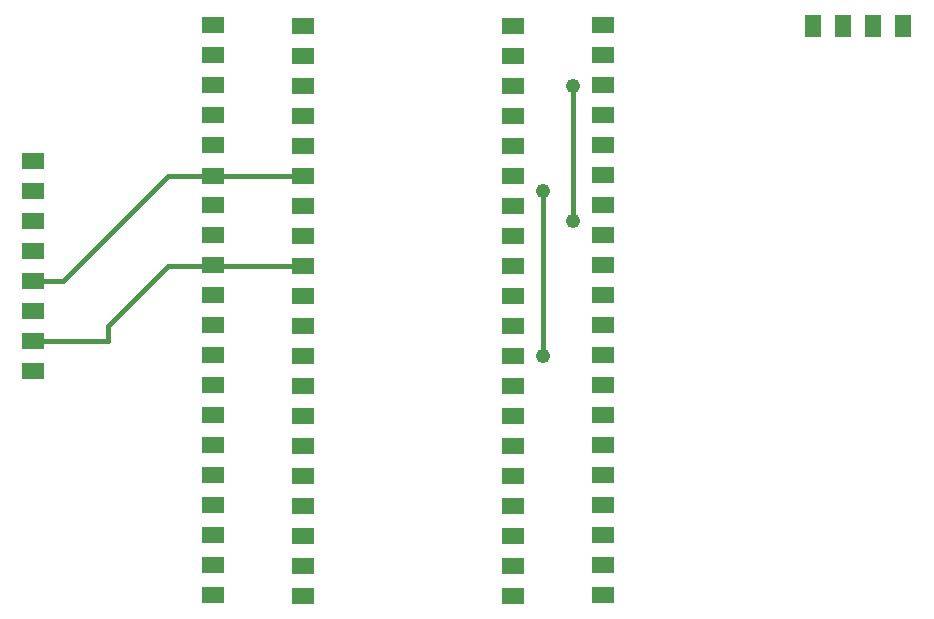
<source format=gbr>
G04 DesignSpark PCB Gerber Version 11.0 Build 5877*
%FSLAX35Y35*%
%MOIN*%
%ADD24R,0.05500X0.07500*%
%ADD13C,0.01500*%
%ADD22C,0.04800*%
%ADD23R,0.07500X0.05500*%
X0Y0D02*
D02*
D13*
X45250Y115250D02*
X70250D01*
Y120250D01*
X90250Y140250D01*
X104750D01*
X105250Y140750D01*
X45250Y135250D02*
X55250D01*
X90250Y170250D01*
X105250D01*
Y140750D02*
Y140250D01*
X135250D01*
X105250Y170250D02*
X135250D01*
X215250Y165250D02*
Y110250D01*
X225250Y200250D02*
Y155250D01*
D02*
D22*
X215250Y110250D03*
Y165250D03*
X225250Y155250D03*
Y200250D03*
D02*
D23*
X45250Y105250D03*
Y115250D03*
Y125250D03*
Y135250D03*
Y145250D03*
Y155250D03*
Y165250D03*
Y175250D03*
X105250Y30750D03*
Y40750D03*
Y50750D03*
Y60750D03*
Y70750D03*
Y80750D03*
Y90750D03*
Y100750D03*
Y110750D03*
Y120750D03*
Y130750D03*
Y140750D03*
Y150750D03*
Y160750D03*
Y170250D03*
Y180750D03*
Y190750D03*
Y200750D03*
Y210750D03*
Y220750D03*
X135250Y30250D03*
Y40250D03*
Y50250D03*
Y60250D03*
Y70250D03*
Y80250D03*
Y90250D03*
Y100250D03*
Y110250D03*
Y120250D03*
Y130250D03*
Y140250D03*
Y150250D03*
Y160250D03*
Y170250D03*
Y180250D03*
Y190250D03*
Y200250D03*
Y210250D03*
Y220250D03*
X205250Y30250D03*
Y40250D03*
Y50250D03*
Y60250D03*
Y70250D03*
Y80250D03*
Y90250D03*
Y100250D03*
Y110250D03*
Y120250D03*
Y130250D03*
Y140250D03*
Y150250D03*
Y160250D03*
Y170250D03*
Y180250D03*
Y190250D03*
Y200250D03*
Y210250D03*
Y220250D03*
X235250Y30750D03*
Y40750D03*
Y50750D03*
Y60750D03*
Y70750D03*
Y80750D03*
Y90750D03*
Y100750D03*
Y110750D03*
Y120750D03*
Y130750D03*
Y140750D03*
Y150750D03*
Y160750D03*
Y170750D03*
Y180750D03*
Y190750D03*
Y200750D03*
Y210750D03*
Y220750D03*
D02*
D24*
X305250Y220250D03*
X315250D03*
X325250D03*
X335250D03*
X0Y0D02*
M02*

</source>
